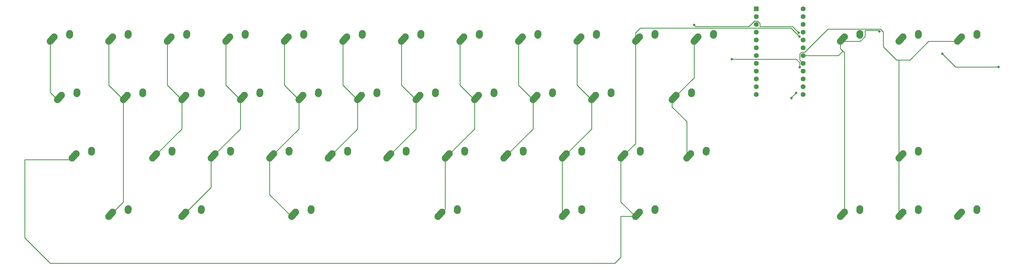
<source format=gbr>
G04 #@! TF.GenerationSoftware,KiCad,Pcbnew,(5.1.10)-1*
G04 #@! TF.CreationDate,2021-07-17T14:00:26+02:00*
G04 #@! TF.ProjectId,WheelBarrow Pro Micro,57686565-6c42-4617-9272-6f772050726f,rev?*
G04 #@! TF.SameCoordinates,Original*
G04 #@! TF.FileFunction,Copper,L1,Top*
G04 #@! TF.FilePolarity,Positive*
%FSLAX46Y46*%
G04 Gerber Fmt 4.6, Leading zero omitted, Abs format (unit mm)*
G04 Created by KiCad (PCBNEW (5.1.10)-1) date 2021-07-17 14:00:26*
%MOMM*%
%LPD*%
G01*
G04 APERTURE LIST*
G04 #@! TA.AperFunction,ComponentPad*
%ADD10C,2.250000*%
G04 #@! TD*
G04 #@! TA.AperFunction,ComponentPad*
%ADD11C,1.600000*%
G04 #@! TD*
G04 #@! TA.AperFunction,ComponentPad*
%ADD12R,1.600000X1.600000*%
G04 #@! TD*
G04 #@! TA.AperFunction,ViaPad*
%ADD13C,0.800000*%
G04 #@! TD*
G04 #@! TA.AperFunction,Conductor*
%ADD14C,0.250000*%
G04 #@! TD*
G04 #@! TA.AperFunction,Conductor*
%ADD15C,0.254000*%
G04 #@! TD*
G04 APERTURE END LIST*
D10*
X164187500Y-209518750D03*
G04 #@! TA.AperFunction,ComponentPad*
G36*
G01*
X162126188Y-211816100D02*
X162126183Y-211816095D01*
G75*
G02*
X162040155Y-210227433I751317J837345D01*
G01*
X163350157Y-208767433D01*
G75*
G02*
X164938819Y-208681405I837345J-751317D01*
G01*
X164938819Y-208681405D01*
G75*
G02*
X165024847Y-210270067I-751317J-837345D01*
G01*
X163714845Y-211730067D01*
G75*
G02*
X162126183Y-211816095I-837345J751317D01*
G01*
G37*
G04 #@! TD.AperFunction*
G04 #@! TA.AperFunction,ComponentPad*
G36*
G01*
X169110983Y-210141145D02*
X169110097Y-210141084D01*
G75*
G02*
X168065166Y-208941347I77403J1122334D01*
G01*
X168105166Y-208361347D01*
G75*
G02*
X169304903Y-207316416I1122334J-77403D01*
G01*
X169304903Y-207316416D01*
G75*
G02*
X170349834Y-208516153I-77403J-1122334D01*
G01*
X170309834Y-209096153D01*
G75*
G02*
X169110097Y-210141084I-1122334J77403D01*
G01*
G37*
G04 #@! TD.AperFunction*
X169227500Y-208438750D03*
X311825000Y-209518750D03*
G04 #@! TA.AperFunction,ComponentPad*
G36*
G01*
X309763688Y-211816100D02*
X309763683Y-211816095D01*
G75*
G02*
X309677655Y-210227433I751317J837345D01*
G01*
X310987657Y-208767433D01*
G75*
G02*
X312576319Y-208681405I837345J-751317D01*
G01*
X312576319Y-208681405D01*
G75*
G02*
X312662347Y-210270067I-751317J-837345D01*
G01*
X311352345Y-211730067D01*
G75*
G02*
X309763683Y-211816095I-837345J751317D01*
G01*
G37*
G04 #@! TD.AperFunction*
G04 #@! TA.AperFunction,ComponentPad*
G36*
G01*
X316748483Y-210141145D02*
X316747597Y-210141084D01*
G75*
G02*
X315702666Y-208941347I77403J1122334D01*
G01*
X315742666Y-208361347D01*
G75*
G02*
X316942403Y-207316416I1122334J-77403D01*
G01*
X316942403Y-207316416D01*
G75*
G02*
X317987334Y-208516153I-77403J-1122334D01*
G01*
X317947334Y-209096153D01*
G75*
G02*
X316747597Y-210141084I-1122334J77403D01*
G01*
G37*
G04 #@! TD.AperFunction*
X316865000Y-208438750D03*
D11*
X365048800Y-143256000D03*
X365048800Y-145796000D03*
X365048800Y-148336000D03*
X365048800Y-150876000D03*
X365048800Y-153416000D03*
X365048800Y-155956000D03*
X365048800Y-158496000D03*
X365048800Y-161036000D03*
X365048800Y-163576000D03*
X365048800Y-166116000D03*
X365048800Y-168656000D03*
X365048800Y-171196000D03*
X349808800Y-171196000D03*
X349808800Y-168656000D03*
X349808800Y-166116000D03*
X349808800Y-163576000D03*
X349808800Y-161036000D03*
X349808800Y-158496000D03*
X349808800Y-155956000D03*
X349808800Y-153416000D03*
X349808800Y-150876000D03*
X349808800Y-148336000D03*
X349808800Y-145796000D03*
D12*
X349808800Y-143256000D03*
D10*
X121325000Y-152368750D03*
G04 #@! TA.AperFunction,ComponentPad*
G36*
G01*
X119263688Y-154666100D02*
X119263683Y-154666095D01*
G75*
G02*
X119177655Y-153077433I751317J837345D01*
G01*
X120487657Y-151617433D01*
G75*
G02*
X122076319Y-151531405I837345J-751317D01*
G01*
X122076319Y-151531405D01*
G75*
G02*
X122162347Y-153120067I-751317J-837345D01*
G01*
X120852345Y-154580067D01*
G75*
G02*
X119263683Y-154666095I-837345J751317D01*
G01*
G37*
G04 #@! TD.AperFunction*
G04 #@! TA.AperFunction,ComponentPad*
G36*
G01*
X126248483Y-152991145D02*
X126247597Y-152991084D01*
G75*
G02*
X125202666Y-151791347I77403J1122334D01*
G01*
X125242666Y-151211347D01*
G75*
G02*
X126442403Y-150166416I1122334J-77403D01*
G01*
X126442403Y-150166416D01*
G75*
G02*
X127487334Y-151366153I-77403J-1122334D01*
G01*
X127447334Y-151946153D01*
G75*
G02*
X126247597Y-152991084I-1122334J77403D01*
G01*
G37*
G04 #@! TD.AperFunction*
X126365000Y-151288750D03*
X140375000Y-152368750D03*
G04 #@! TA.AperFunction,ComponentPad*
G36*
G01*
X138313688Y-154666100D02*
X138313683Y-154666095D01*
G75*
G02*
X138227655Y-153077433I751317J837345D01*
G01*
X139537657Y-151617433D01*
G75*
G02*
X141126319Y-151531405I837345J-751317D01*
G01*
X141126319Y-151531405D01*
G75*
G02*
X141212347Y-153120067I-751317J-837345D01*
G01*
X139902345Y-154580067D01*
G75*
G02*
X138313683Y-154666095I-837345J751317D01*
G01*
G37*
G04 #@! TD.AperFunction*
G04 #@! TA.AperFunction,ComponentPad*
G36*
G01*
X145298483Y-152991145D02*
X145297597Y-152991084D01*
G75*
G02*
X144252666Y-151791347I77403J1122334D01*
G01*
X144292666Y-151211347D01*
G75*
G02*
X145492403Y-150166416I1122334J-77403D01*
G01*
X145492403Y-150166416D01*
G75*
G02*
X146537334Y-151366153I-77403J-1122334D01*
G01*
X146497334Y-151946153D01*
G75*
G02*
X145297597Y-152991084I-1122334J77403D01*
G01*
G37*
G04 #@! TD.AperFunction*
X145415000Y-151288750D03*
X159425000Y-152368750D03*
G04 #@! TA.AperFunction,ComponentPad*
G36*
G01*
X157363688Y-154666100D02*
X157363683Y-154666095D01*
G75*
G02*
X157277655Y-153077433I751317J837345D01*
G01*
X158587657Y-151617433D01*
G75*
G02*
X160176319Y-151531405I837345J-751317D01*
G01*
X160176319Y-151531405D01*
G75*
G02*
X160262347Y-153120067I-751317J-837345D01*
G01*
X158952345Y-154580067D01*
G75*
G02*
X157363683Y-154666095I-837345J751317D01*
G01*
G37*
G04 #@! TD.AperFunction*
G04 #@! TA.AperFunction,ComponentPad*
G36*
G01*
X164348483Y-152991145D02*
X164347597Y-152991084D01*
G75*
G02*
X163302666Y-151791347I77403J1122334D01*
G01*
X163342666Y-151211347D01*
G75*
G02*
X164542403Y-150166416I1122334J-77403D01*
G01*
X164542403Y-150166416D01*
G75*
G02*
X165587334Y-151366153I-77403J-1122334D01*
G01*
X165547334Y-151946153D01*
G75*
G02*
X164347597Y-152991084I-1122334J77403D01*
G01*
G37*
G04 #@! TD.AperFunction*
X164465000Y-151288750D03*
X178475000Y-152368750D03*
G04 #@! TA.AperFunction,ComponentPad*
G36*
G01*
X176413688Y-154666100D02*
X176413683Y-154666095D01*
G75*
G02*
X176327655Y-153077433I751317J837345D01*
G01*
X177637657Y-151617433D01*
G75*
G02*
X179226319Y-151531405I837345J-751317D01*
G01*
X179226319Y-151531405D01*
G75*
G02*
X179312347Y-153120067I-751317J-837345D01*
G01*
X178002345Y-154580067D01*
G75*
G02*
X176413683Y-154666095I-837345J751317D01*
G01*
G37*
G04 #@! TD.AperFunction*
G04 #@! TA.AperFunction,ComponentPad*
G36*
G01*
X183398483Y-152991145D02*
X183397597Y-152991084D01*
G75*
G02*
X182352666Y-151791347I77403J1122334D01*
G01*
X182392666Y-151211347D01*
G75*
G02*
X183592403Y-150166416I1122334J-77403D01*
G01*
X183592403Y-150166416D01*
G75*
G02*
X184637334Y-151366153I-77403J-1122334D01*
G01*
X184597334Y-151946153D01*
G75*
G02*
X183397597Y-152991084I-1122334J77403D01*
G01*
G37*
G04 #@! TD.AperFunction*
X183515000Y-151288750D03*
X197525000Y-152368750D03*
G04 #@! TA.AperFunction,ComponentPad*
G36*
G01*
X195463688Y-154666100D02*
X195463683Y-154666095D01*
G75*
G02*
X195377655Y-153077433I751317J837345D01*
G01*
X196687657Y-151617433D01*
G75*
G02*
X198276319Y-151531405I837345J-751317D01*
G01*
X198276319Y-151531405D01*
G75*
G02*
X198362347Y-153120067I-751317J-837345D01*
G01*
X197052345Y-154580067D01*
G75*
G02*
X195463683Y-154666095I-837345J751317D01*
G01*
G37*
G04 #@! TD.AperFunction*
G04 #@! TA.AperFunction,ComponentPad*
G36*
G01*
X202448483Y-152991145D02*
X202447597Y-152991084D01*
G75*
G02*
X201402666Y-151791347I77403J1122334D01*
G01*
X201442666Y-151211347D01*
G75*
G02*
X202642403Y-150166416I1122334J-77403D01*
G01*
X202642403Y-150166416D01*
G75*
G02*
X203687334Y-151366153I-77403J-1122334D01*
G01*
X203647334Y-151946153D01*
G75*
G02*
X202447597Y-152991084I-1122334J77403D01*
G01*
G37*
G04 #@! TD.AperFunction*
X202565000Y-151288750D03*
X216575000Y-152368750D03*
G04 #@! TA.AperFunction,ComponentPad*
G36*
G01*
X214513688Y-154666100D02*
X214513683Y-154666095D01*
G75*
G02*
X214427655Y-153077433I751317J837345D01*
G01*
X215737657Y-151617433D01*
G75*
G02*
X217326319Y-151531405I837345J-751317D01*
G01*
X217326319Y-151531405D01*
G75*
G02*
X217412347Y-153120067I-751317J-837345D01*
G01*
X216102345Y-154580067D01*
G75*
G02*
X214513683Y-154666095I-837345J751317D01*
G01*
G37*
G04 #@! TD.AperFunction*
G04 #@! TA.AperFunction,ComponentPad*
G36*
G01*
X221498483Y-152991145D02*
X221497597Y-152991084D01*
G75*
G02*
X220452666Y-151791347I77403J1122334D01*
G01*
X220492666Y-151211347D01*
G75*
G02*
X221692403Y-150166416I1122334J-77403D01*
G01*
X221692403Y-150166416D01*
G75*
G02*
X222737334Y-151366153I-77403J-1122334D01*
G01*
X222697334Y-151946153D01*
G75*
G02*
X221497597Y-152991084I-1122334J77403D01*
G01*
G37*
G04 #@! TD.AperFunction*
X221615000Y-151288750D03*
X235625000Y-152368750D03*
G04 #@! TA.AperFunction,ComponentPad*
G36*
G01*
X233563688Y-154666100D02*
X233563683Y-154666095D01*
G75*
G02*
X233477655Y-153077433I751317J837345D01*
G01*
X234787657Y-151617433D01*
G75*
G02*
X236376319Y-151531405I837345J-751317D01*
G01*
X236376319Y-151531405D01*
G75*
G02*
X236462347Y-153120067I-751317J-837345D01*
G01*
X235152345Y-154580067D01*
G75*
G02*
X233563683Y-154666095I-837345J751317D01*
G01*
G37*
G04 #@! TD.AperFunction*
G04 #@! TA.AperFunction,ComponentPad*
G36*
G01*
X240548483Y-152991145D02*
X240547597Y-152991084D01*
G75*
G02*
X239502666Y-151791347I77403J1122334D01*
G01*
X239542666Y-151211347D01*
G75*
G02*
X240742403Y-150166416I1122334J-77403D01*
G01*
X240742403Y-150166416D01*
G75*
G02*
X241787334Y-151366153I-77403J-1122334D01*
G01*
X241747334Y-151946153D01*
G75*
G02*
X240547597Y-152991084I-1122334J77403D01*
G01*
G37*
G04 #@! TD.AperFunction*
X240665000Y-151288750D03*
X254675000Y-152368750D03*
G04 #@! TA.AperFunction,ComponentPad*
G36*
G01*
X252613688Y-154666100D02*
X252613683Y-154666095D01*
G75*
G02*
X252527655Y-153077433I751317J837345D01*
G01*
X253837657Y-151617433D01*
G75*
G02*
X255426319Y-151531405I837345J-751317D01*
G01*
X255426319Y-151531405D01*
G75*
G02*
X255512347Y-153120067I-751317J-837345D01*
G01*
X254202345Y-154580067D01*
G75*
G02*
X252613683Y-154666095I-837345J751317D01*
G01*
G37*
G04 #@! TD.AperFunction*
G04 #@! TA.AperFunction,ComponentPad*
G36*
G01*
X259598483Y-152991145D02*
X259597597Y-152991084D01*
G75*
G02*
X258552666Y-151791347I77403J1122334D01*
G01*
X258592666Y-151211347D01*
G75*
G02*
X259792403Y-150166416I1122334J-77403D01*
G01*
X259792403Y-150166416D01*
G75*
G02*
X260837334Y-151366153I-77403J-1122334D01*
G01*
X260797334Y-151946153D01*
G75*
G02*
X259597597Y-152991084I-1122334J77403D01*
G01*
G37*
G04 #@! TD.AperFunction*
X259715000Y-151288750D03*
X273725000Y-152368750D03*
G04 #@! TA.AperFunction,ComponentPad*
G36*
G01*
X271663688Y-154666100D02*
X271663683Y-154666095D01*
G75*
G02*
X271577655Y-153077433I751317J837345D01*
G01*
X272887657Y-151617433D01*
G75*
G02*
X274476319Y-151531405I837345J-751317D01*
G01*
X274476319Y-151531405D01*
G75*
G02*
X274562347Y-153120067I-751317J-837345D01*
G01*
X273252345Y-154580067D01*
G75*
G02*
X271663683Y-154666095I-837345J751317D01*
G01*
G37*
G04 #@! TD.AperFunction*
G04 #@! TA.AperFunction,ComponentPad*
G36*
G01*
X278648483Y-152991145D02*
X278647597Y-152991084D01*
G75*
G02*
X277602666Y-151791347I77403J1122334D01*
G01*
X277642666Y-151211347D01*
G75*
G02*
X278842403Y-150166416I1122334J-77403D01*
G01*
X278842403Y-150166416D01*
G75*
G02*
X279887334Y-151366153I-77403J-1122334D01*
G01*
X279847334Y-151946153D01*
G75*
G02*
X278647597Y-152991084I-1122334J77403D01*
G01*
G37*
G04 #@! TD.AperFunction*
X278765000Y-151288750D03*
X292775000Y-152368750D03*
G04 #@! TA.AperFunction,ComponentPad*
G36*
G01*
X290713688Y-154666100D02*
X290713683Y-154666095D01*
G75*
G02*
X290627655Y-153077433I751317J837345D01*
G01*
X291937657Y-151617433D01*
G75*
G02*
X293526319Y-151531405I837345J-751317D01*
G01*
X293526319Y-151531405D01*
G75*
G02*
X293612347Y-153120067I-751317J-837345D01*
G01*
X292302345Y-154580067D01*
G75*
G02*
X290713683Y-154666095I-837345J751317D01*
G01*
G37*
G04 #@! TD.AperFunction*
G04 #@! TA.AperFunction,ComponentPad*
G36*
G01*
X297698483Y-152991145D02*
X297697597Y-152991084D01*
G75*
G02*
X296652666Y-151791347I77403J1122334D01*
G01*
X296692666Y-151211347D01*
G75*
G02*
X297892403Y-150166416I1122334J-77403D01*
G01*
X297892403Y-150166416D01*
G75*
G02*
X298937334Y-151366153I-77403J-1122334D01*
G01*
X298897334Y-151946153D01*
G75*
G02*
X297697597Y-152991084I-1122334J77403D01*
G01*
G37*
G04 #@! TD.AperFunction*
X297815000Y-151288750D03*
X311825000Y-152368750D03*
G04 #@! TA.AperFunction,ComponentPad*
G36*
G01*
X309763688Y-154666100D02*
X309763683Y-154666095D01*
G75*
G02*
X309677655Y-153077433I751317J837345D01*
G01*
X310987657Y-151617433D01*
G75*
G02*
X312576319Y-151531405I837345J-751317D01*
G01*
X312576319Y-151531405D01*
G75*
G02*
X312662347Y-153120067I-751317J-837345D01*
G01*
X311352345Y-154580067D01*
G75*
G02*
X309763683Y-154666095I-837345J751317D01*
G01*
G37*
G04 #@! TD.AperFunction*
G04 #@! TA.AperFunction,ComponentPad*
G36*
G01*
X316748483Y-152991145D02*
X316747597Y-152991084D01*
G75*
G02*
X315702666Y-151791347I77403J1122334D01*
G01*
X315742666Y-151211347D01*
G75*
G02*
X316942403Y-150166416I1122334J-77403D01*
G01*
X316942403Y-150166416D01*
G75*
G02*
X317987334Y-151366153I-77403J-1122334D01*
G01*
X317947334Y-151946153D01*
G75*
G02*
X316747597Y-152991084I-1122334J77403D01*
G01*
G37*
G04 #@! TD.AperFunction*
X316865000Y-151288750D03*
X330875000Y-152368750D03*
G04 #@! TA.AperFunction,ComponentPad*
G36*
G01*
X328813688Y-154666100D02*
X328813683Y-154666095D01*
G75*
G02*
X328727655Y-153077433I751317J837345D01*
G01*
X330037657Y-151617433D01*
G75*
G02*
X331626319Y-151531405I837345J-751317D01*
G01*
X331626319Y-151531405D01*
G75*
G02*
X331712347Y-153120067I-751317J-837345D01*
G01*
X330402345Y-154580067D01*
G75*
G02*
X328813683Y-154666095I-837345J751317D01*
G01*
G37*
G04 #@! TD.AperFunction*
G04 #@! TA.AperFunction,ComponentPad*
G36*
G01*
X335798483Y-152991145D02*
X335797597Y-152991084D01*
G75*
G02*
X334752666Y-151791347I77403J1122334D01*
G01*
X334792666Y-151211347D01*
G75*
G02*
X335992403Y-150166416I1122334J-77403D01*
G01*
X335992403Y-150166416D01*
G75*
G02*
X337037334Y-151366153I-77403J-1122334D01*
G01*
X336997334Y-151946153D01*
G75*
G02*
X335797597Y-152991084I-1122334J77403D01*
G01*
G37*
G04 #@! TD.AperFunction*
X335915000Y-151288750D03*
X378500000Y-152368750D03*
G04 #@! TA.AperFunction,ComponentPad*
G36*
G01*
X376438688Y-154666100D02*
X376438683Y-154666095D01*
G75*
G02*
X376352655Y-153077433I751317J837345D01*
G01*
X377662657Y-151617433D01*
G75*
G02*
X379251319Y-151531405I837345J-751317D01*
G01*
X379251319Y-151531405D01*
G75*
G02*
X379337347Y-153120067I-751317J-837345D01*
G01*
X378027345Y-154580067D01*
G75*
G02*
X376438683Y-154666095I-837345J751317D01*
G01*
G37*
G04 #@! TD.AperFunction*
G04 #@! TA.AperFunction,ComponentPad*
G36*
G01*
X383423483Y-152991145D02*
X383422597Y-152991084D01*
G75*
G02*
X382377666Y-151791347I77403J1122334D01*
G01*
X382417666Y-151211347D01*
G75*
G02*
X383617403Y-150166416I1122334J-77403D01*
G01*
X383617403Y-150166416D01*
G75*
G02*
X384662334Y-151366153I-77403J-1122334D01*
G01*
X384622334Y-151946153D01*
G75*
G02*
X383422597Y-152991084I-1122334J77403D01*
G01*
G37*
G04 #@! TD.AperFunction*
X383540000Y-151288750D03*
X397550000Y-152368750D03*
G04 #@! TA.AperFunction,ComponentPad*
G36*
G01*
X395488688Y-154666100D02*
X395488683Y-154666095D01*
G75*
G02*
X395402655Y-153077433I751317J837345D01*
G01*
X396712657Y-151617433D01*
G75*
G02*
X398301319Y-151531405I837345J-751317D01*
G01*
X398301319Y-151531405D01*
G75*
G02*
X398387347Y-153120067I-751317J-837345D01*
G01*
X397077345Y-154580067D01*
G75*
G02*
X395488683Y-154666095I-837345J751317D01*
G01*
G37*
G04 #@! TD.AperFunction*
G04 #@! TA.AperFunction,ComponentPad*
G36*
G01*
X402473483Y-152991145D02*
X402472597Y-152991084D01*
G75*
G02*
X401427666Y-151791347I77403J1122334D01*
G01*
X401467666Y-151211347D01*
G75*
G02*
X402667403Y-150166416I1122334J-77403D01*
G01*
X402667403Y-150166416D01*
G75*
G02*
X403712334Y-151366153I-77403J-1122334D01*
G01*
X403672334Y-151946153D01*
G75*
G02*
X402472597Y-152991084I-1122334J77403D01*
G01*
G37*
G04 #@! TD.AperFunction*
X402590000Y-151288750D03*
X416600000Y-152368750D03*
G04 #@! TA.AperFunction,ComponentPad*
G36*
G01*
X414538688Y-154666100D02*
X414538683Y-154666095D01*
G75*
G02*
X414452655Y-153077433I751317J837345D01*
G01*
X415762657Y-151617433D01*
G75*
G02*
X417351319Y-151531405I837345J-751317D01*
G01*
X417351319Y-151531405D01*
G75*
G02*
X417437347Y-153120067I-751317J-837345D01*
G01*
X416127345Y-154580067D01*
G75*
G02*
X414538683Y-154666095I-837345J751317D01*
G01*
G37*
G04 #@! TD.AperFunction*
G04 #@! TA.AperFunction,ComponentPad*
G36*
G01*
X421523483Y-152991145D02*
X421522597Y-152991084D01*
G75*
G02*
X420477666Y-151791347I77403J1122334D01*
G01*
X420517666Y-151211347D01*
G75*
G02*
X421717403Y-150166416I1122334J-77403D01*
G01*
X421717403Y-150166416D01*
G75*
G02*
X422762334Y-151366153I-77403J-1122334D01*
G01*
X422722334Y-151946153D01*
G75*
G02*
X421522597Y-152991084I-1122334J77403D01*
G01*
G37*
G04 #@! TD.AperFunction*
X421640000Y-151288750D03*
X123706250Y-171418750D03*
G04 #@! TA.AperFunction,ComponentPad*
G36*
G01*
X121644938Y-173716100D02*
X121644933Y-173716095D01*
G75*
G02*
X121558905Y-172127433I751317J837345D01*
G01*
X122868907Y-170667433D01*
G75*
G02*
X124457569Y-170581405I837345J-751317D01*
G01*
X124457569Y-170581405D01*
G75*
G02*
X124543597Y-172170067I-751317J-837345D01*
G01*
X123233595Y-173630067D01*
G75*
G02*
X121644933Y-173716095I-837345J751317D01*
G01*
G37*
G04 #@! TD.AperFunction*
G04 #@! TA.AperFunction,ComponentPad*
G36*
G01*
X128629733Y-172041145D02*
X128628847Y-172041084D01*
G75*
G02*
X127583916Y-170841347I77403J1122334D01*
G01*
X127623916Y-170261347D01*
G75*
G02*
X128823653Y-169216416I1122334J-77403D01*
G01*
X128823653Y-169216416D01*
G75*
G02*
X129868584Y-170416153I-77403J-1122334D01*
G01*
X129828584Y-170996153D01*
G75*
G02*
X128628847Y-172041084I-1122334J77403D01*
G01*
G37*
G04 #@! TD.AperFunction*
X128746250Y-170338750D03*
X145137500Y-171418750D03*
G04 #@! TA.AperFunction,ComponentPad*
G36*
G01*
X143076188Y-173716100D02*
X143076183Y-173716095D01*
G75*
G02*
X142990155Y-172127433I751317J837345D01*
G01*
X144300157Y-170667433D01*
G75*
G02*
X145888819Y-170581405I837345J-751317D01*
G01*
X145888819Y-170581405D01*
G75*
G02*
X145974847Y-172170067I-751317J-837345D01*
G01*
X144664845Y-173630067D01*
G75*
G02*
X143076183Y-173716095I-837345J751317D01*
G01*
G37*
G04 #@! TD.AperFunction*
G04 #@! TA.AperFunction,ComponentPad*
G36*
G01*
X150060983Y-172041145D02*
X150060097Y-172041084D01*
G75*
G02*
X149015166Y-170841347I77403J1122334D01*
G01*
X149055166Y-170261347D01*
G75*
G02*
X150254903Y-169216416I1122334J-77403D01*
G01*
X150254903Y-169216416D01*
G75*
G02*
X151299834Y-170416153I-77403J-1122334D01*
G01*
X151259834Y-170996153D01*
G75*
G02*
X150060097Y-172041084I-1122334J77403D01*
G01*
G37*
G04 #@! TD.AperFunction*
X150177500Y-170338750D03*
X164187500Y-171418750D03*
G04 #@! TA.AperFunction,ComponentPad*
G36*
G01*
X162126188Y-173716100D02*
X162126183Y-173716095D01*
G75*
G02*
X162040155Y-172127433I751317J837345D01*
G01*
X163350157Y-170667433D01*
G75*
G02*
X164938819Y-170581405I837345J-751317D01*
G01*
X164938819Y-170581405D01*
G75*
G02*
X165024847Y-172170067I-751317J-837345D01*
G01*
X163714845Y-173630067D01*
G75*
G02*
X162126183Y-173716095I-837345J751317D01*
G01*
G37*
G04 #@! TD.AperFunction*
G04 #@! TA.AperFunction,ComponentPad*
G36*
G01*
X169110983Y-172041145D02*
X169110097Y-172041084D01*
G75*
G02*
X168065166Y-170841347I77403J1122334D01*
G01*
X168105166Y-170261347D01*
G75*
G02*
X169304903Y-169216416I1122334J-77403D01*
G01*
X169304903Y-169216416D01*
G75*
G02*
X170349834Y-170416153I-77403J-1122334D01*
G01*
X170309834Y-170996153D01*
G75*
G02*
X169110097Y-172041084I-1122334J77403D01*
G01*
G37*
G04 #@! TD.AperFunction*
X169227500Y-170338750D03*
X183237500Y-171418750D03*
G04 #@! TA.AperFunction,ComponentPad*
G36*
G01*
X181176188Y-173716100D02*
X181176183Y-173716095D01*
G75*
G02*
X181090155Y-172127433I751317J837345D01*
G01*
X182400157Y-170667433D01*
G75*
G02*
X183988819Y-170581405I837345J-751317D01*
G01*
X183988819Y-170581405D01*
G75*
G02*
X184074847Y-172170067I-751317J-837345D01*
G01*
X182764845Y-173630067D01*
G75*
G02*
X181176183Y-173716095I-837345J751317D01*
G01*
G37*
G04 #@! TD.AperFunction*
G04 #@! TA.AperFunction,ComponentPad*
G36*
G01*
X188160983Y-172041145D02*
X188160097Y-172041084D01*
G75*
G02*
X187115166Y-170841347I77403J1122334D01*
G01*
X187155166Y-170261347D01*
G75*
G02*
X188354903Y-169216416I1122334J-77403D01*
G01*
X188354903Y-169216416D01*
G75*
G02*
X189399834Y-170416153I-77403J-1122334D01*
G01*
X189359834Y-170996153D01*
G75*
G02*
X188160097Y-172041084I-1122334J77403D01*
G01*
G37*
G04 #@! TD.AperFunction*
X188277500Y-170338750D03*
X202287500Y-171418750D03*
G04 #@! TA.AperFunction,ComponentPad*
G36*
G01*
X200226188Y-173716100D02*
X200226183Y-173716095D01*
G75*
G02*
X200140155Y-172127433I751317J837345D01*
G01*
X201450157Y-170667433D01*
G75*
G02*
X203038819Y-170581405I837345J-751317D01*
G01*
X203038819Y-170581405D01*
G75*
G02*
X203124847Y-172170067I-751317J-837345D01*
G01*
X201814845Y-173630067D01*
G75*
G02*
X200226183Y-173716095I-837345J751317D01*
G01*
G37*
G04 #@! TD.AperFunction*
G04 #@! TA.AperFunction,ComponentPad*
G36*
G01*
X207210983Y-172041145D02*
X207210097Y-172041084D01*
G75*
G02*
X206165166Y-170841347I77403J1122334D01*
G01*
X206205166Y-170261347D01*
G75*
G02*
X207404903Y-169216416I1122334J-77403D01*
G01*
X207404903Y-169216416D01*
G75*
G02*
X208449834Y-170416153I-77403J-1122334D01*
G01*
X208409834Y-170996153D01*
G75*
G02*
X207210097Y-172041084I-1122334J77403D01*
G01*
G37*
G04 #@! TD.AperFunction*
X207327500Y-170338750D03*
X221337500Y-171418750D03*
G04 #@! TA.AperFunction,ComponentPad*
G36*
G01*
X219276188Y-173716100D02*
X219276183Y-173716095D01*
G75*
G02*
X219190155Y-172127433I751317J837345D01*
G01*
X220500157Y-170667433D01*
G75*
G02*
X222088819Y-170581405I837345J-751317D01*
G01*
X222088819Y-170581405D01*
G75*
G02*
X222174847Y-172170067I-751317J-837345D01*
G01*
X220864845Y-173630067D01*
G75*
G02*
X219276183Y-173716095I-837345J751317D01*
G01*
G37*
G04 #@! TD.AperFunction*
G04 #@! TA.AperFunction,ComponentPad*
G36*
G01*
X226260983Y-172041145D02*
X226260097Y-172041084D01*
G75*
G02*
X225215166Y-170841347I77403J1122334D01*
G01*
X225255166Y-170261347D01*
G75*
G02*
X226454903Y-169216416I1122334J-77403D01*
G01*
X226454903Y-169216416D01*
G75*
G02*
X227499834Y-170416153I-77403J-1122334D01*
G01*
X227459834Y-170996153D01*
G75*
G02*
X226260097Y-172041084I-1122334J77403D01*
G01*
G37*
G04 #@! TD.AperFunction*
X226377500Y-170338750D03*
X240387500Y-171418750D03*
G04 #@! TA.AperFunction,ComponentPad*
G36*
G01*
X238326188Y-173716100D02*
X238326183Y-173716095D01*
G75*
G02*
X238240155Y-172127433I751317J837345D01*
G01*
X239550157Y-170667433D01*
G75*
G02*
X241138819Y-170581405I837345J-751317D01*
G01*
X241138819Y-170581405D01*
G75*
G02*
X241224847Y-172170067I-751317J-837345D01*
G01*
X239914845Y-173630067D01*
G75*
G02*
X238326183Y-173716095I-837345J751317D01*
G01*
G37*
G04 #@! TD.AperFunction*
G04 #@! TA.AperFunction,ComponentPad*
G36*
G01*
X245310983Y-172041145D02*
X245310097Y-172041084D01*
G75*
G02*
X244265166Y-170841347I77403J1122334D01*
G01*
X244305166Y-170261347D01*
G75*
G02*
X245504903Y-169216416I1122334J-77403D01*
G01*
X245504903Y-169216416D01*
G75*
G02*
X246549834Y-170416153I-77403J-1122334D01*
G01*
X246509834Y-170996153D01*
G75*
G02*
X245310097Y-172041084I-1122334J77403D01*
G01*
G37*
G04 #@! TD.AperFunction*
X245427500Y-170338750D03*
X259437500Y-171418750D03*
G04 #@! TA.AperFunction,ComponentPad*
G36*
G01*
X257376188Y-173716100D02*
X257376183Y-173716095D01*
G75*
G02*
X257290155Y-172127433I751317J837345D01*
G01*
X258600157Y-170667433D01*
G75*
G02*
X260188819Y-170581405I837345J-751317D01*
G01*
X260188819Y-170581405D01*
G75*
G02*
X260274847Y-172170067I-751317J-837345D01*
G01*
X258964845Y-173630067D01*
G75*
G02*
X257376183Y-173716095I-837345J751317D01*
G01*
G37*
G04 #@! TD.AperFunction*
G04 #@! TA.AperFunction,ComponentPad*
G36*
G01*
X264360983Y-172041145D02*
X264360097Y-172041084D01*
G75*
G02*
X263315166Y-170841347I77403J1122334D01*
G01*
X263355166Y-170261347D01*
G75*
G02*
X264554903Y-169216416I1122334J-77403D01*
G01*
X264554903Y-169216416D01*
G75*
G02*
X265599834Y-170416153I-77403J-1122334D01*
G01*
X265559834Y-170996153D01*
G75*
G02*
X264360097Y-172041084I-1122334J77403D01*
G01*
G37*
G04 #@! TD.AperFunction*
X264477500Y-170338750D03*
X278487500Y-171418750D03*
G04 #@! TA.AperFunction,ComponentPad*
G36*
G01*
X276426188Y-173716100D02*
X276426183Y-173716095D01*
G75*
G02*
X276340155Y-172127433I751317J837345D01*
G01*
X277650157Y-170667433D01*
G75*
G02*
X279238819Y-170581405I837345J-751317D01*
G01*
X279238819Y-170581405D01*
G75*
G02*
X279324847Y-172170067I-751317J-837345D01*
G01*
X278014845Y-173630067D01*
G75*
G02*
X276426183Y-173716095I-837345J751317D01*
G01*
G37*
G04 #@! TD.AperFunction*
G04 #@! TA.AperFunction,ComponentPad*
G36*
G01*
X283410983Y-172041145D02*
X283410097Y-172041084D01*
G75*
G02*
X282365166Y-170841347I77403J1122334D01*
G01*
X282405166Y-170261347D01*
G75*
G02*
X283604903Y-169216416I1122334J-77403D01*
G01*
X283604903Y-169216416D01*
G75*
G02*
X284649834Y-170416153I-77403J-1122334D01*
G01*
X284609834Y-170996153D01*
G75*
G02*
X283410097Y-172041084I-1122334J77403D01*
G01*
G37*
G04 #@! TD.AperFunction*
X283527500Y-170338750D03*
X297537500Y-171418750D03*
G04 #@! TA.AperFunction,ComponentPad*
G36*
G01*
X295476188Y-173716100D02*
X295476183Y-173716095D01*
G75*
G02*
X295390155Y-172127433I751317J837345D01*
G01*
X296700157Y-170667433D01*
G75*
G02*
X298288819Y-170581405I837345J-751317D01*
G01*
X298288819Y-170581405D01*
G75*
G02*
X298374847Y-172170067I-751317J-837345D01*
G01*
X297064845Y-173630067D01*
G75*
G02*
X295476183Y-173716095I-837345J751317D01*
G01*
G37*
G04 #@! TD.AperFunction*
G04 #@! TA.AperFunction,ComponentPad*
G36*
G01*
X302460983Y-172041145D02*
X302460097Y-172041084D01*
G75*
G02*
X301415166Y-170841347I77403J1122334D01*
G01*
X301455166Y-170261347D01*
G75*
G02*
X302654903Y-169216416I1122334J-77403D01*
G01*
X302654903Y-169216416D01*
G75*
G02*
X303699834Y-170416153I-77403J-1122334D01*
G01*
X303659834Y-170996153D01*
G75*
G02*
X302460097Y-172041084I-1122334J77403D01*
G01*
G37*
G04 #@! TD.AperFunction*
X302577500Y-170338750D03*
X323731250Y-171418750D03*
G04 #@! TA.AperFunction,ComponentPad*
G36*
G01*
X321669938Y-173716100D02*
X321669933Y-173716095D01*
G75*
G02*
X321583905Y-172127433I751317J837345D01*
G01*
X322893907Y-170667433D01*
G75*
G02*
X324482569Y-170581405I837345J-751317D01*
G01*
X324482569Y-170581405D01*
G75*
G02*
X324568597Y-172170067I-751317J-837345D01*
G01*
X323258595Y-173630067D01*
G75*
G02*
X321669933Y-173716095I-837345J751317D01*
G01*
G37*
G04 #@! TD.AperFunction*
G04 #@! TA.AperFunction,ComponentPad*
G36*
G01*
X328654733Y-172041145D02*
X328653847Y-172041084D01*
G75*
G02*
X327608916Y-170841347I77403J1122334D01*
G01*
X327648916Y-170261347D01*
G75*
G02*
X328848653Y-169216416I1122334J-77403D01*
G01*
X328848653Y-169216416D01*
G75*
G02*
X329893584Y-170416153I-77403J-1122334D01*
G01*
X329853584Y-170996153D01*
G75*
G02*
X328653847Y-172041084I-1122334J77403D01*
G01*
G37*
G04 #@! TD.AperFunction*
X328771250Y-170338750D03*
X128468750Y-190468750D03*
G04 #@! TA.AperFunction,ComponentPad*
G36*
G01*
X126407438Y-192766100D02*
X126407433Y-192766095D01*
G75*
G02*
X126321405Y-191177433I751317J837345D01*
G01*
X127631407Y-189717433D01*
G75*
G02*
X129220069Y-189631405I837345J-751317D01*
G01*
X129220069Y-189631405D01*
G75*
G02*
X129306097Y-191220067I-751317J-837345D01*
G01*
X127996095Y-192680067D01*
G75*
G02*
X126407433Y-192766095I-837345J751317D01*
G01*
G37*
G04 #@! TD.AperFunction*
G04 #@! TA.AperFunction,ComponentPad*
G36*
G01*
X133392233Y-191091145D02*
X133391347Y-191091084D01*
G75*
G02*
X132346416Y-189891347I77403J1122334D01*
G01*
X132386416Y-189311347D01*
G75*
G02*
X133586153Y-188266416I1122334J-77403D01*
G01*
X133586153Y-188266416D01*
G75*
G02*
X134631084Y-189466153I-77403J-1122334D01*
G01*
X134591084Y-190046153D01*
G75*
G02*
X133391347Y-191091084I-1122334J77403D01*
G01*
G37*
G04 #@! TD.AperFunction*
X133508750Y-189388750D03*
X154662500Y-190468750D03*
G04 #@! TA.AperFunction,ComponentPad*
G36*
G01*
X152601188Y-192766100D02*
X152601183Y-192766095D01*
G75*
G02*
X152515155Y-191177433I751317J837345D01*
G01*
X153825157Y-189717433D01*
G75*
G02*
X155413819Y-189631405I837345J-751317D01*
G01*
X155413819Y-189631405D01*
G75*
G02*
X155499847Y-191220067I-751317J-837345D01*
G01*
X154189845Y-192680067D01*
G75*
G02*
X152601183Y-192766095I-837345J751317D01*
G01*
G37*
G04 #@! TD.AperFunction*
G04 #@! TA.AperFunction,ComponentPad*
G36*
G01*
X159585983Y-191091145D02*
X159585097Y-191091084D01*
G75*
G02*
X158540166Y-189891347I77403J1122334D01*
G01*
X158580166Y-189311347D01*
G75*
G02*
X159779903Y-188266416I1122334J-77403D01*
G01*
X159779903Y-188266416D01*
G75*
G02*
X160824834Y-189466153I-77403J-1122334D01*
G01*
X160784834Y-190046153D01*
G75*
G02*
X159585097Y-191091084I-1122334J77403D01*
G01*
G37*
G04 #@! TD.AperFunction*
X159702500Y-189388750D03*
X173712500Y-190468750D03*
G04 #@! TA.AperFunction,ComponentPad*
G36*
G01*
X171651188Y-192766100D02*
X171651183Y-192766095D01*
G75*
G02*
X171565155Y-191177433I751317J837345D01*
G01*
X172875157Y-189717433D01*
G75*
G02*
X174463819Y-189631405I837345J-751317D01*
G01*
X174463819Y-189631405D01*
G75*
G02*
X174549847Y-191220067I-751317J-837345D01*
G01*
X173239845Y-192680067D01*
G75*
G02*
X171651183Y-192766095I-837345J751317D01*
G01*
G37*
G04 #@! TD.AperFunction*
G04 #@! TA.AperFunction,ComponentPad*
G36*
G01*
X178635983Y-191091145D02*
X178635097Y-191091084D01*
G75*
G02*
X177590166Y-189891347I77403J1122334D01*
G01*
X177630166Y-189311347D01*
G75*
G02*
X178829903Y-188266416I1122334J-77403D01*
G01*
X178829903Y-188266416D01*
G75*
G02*
X179874834Y-189466153I-77403J-1122334D01*
G01*
X179834834Y-190046153D01*
G75*
G02*
X178635097Y-191091084I-1122334J77403D01*
G01*
G37*
G04 #@! TD.AperFunction*
X178752500Y-189388750D03*
X192762500Y-190468750D03*
G04 #@! TA.AperFunction,ComponentPad*
G36*
G01*
X190701188Y-192766100D02*
X190701183Y-192766095D01*
G75*
G02*
X190615155Y-191177433I751317J837345D01*
G01*
X191925157Y-189717433D01*
G75*
G02*
X193513819Y-189631405I837345J-751317D01*
G01*
X193513819Y-189631405D01*
G75*
G02*
X193599847Y-191220067I-751317J-837345D01*
G01*
X192289845Y-192680067D01*
G75*
G02*
X190701183Y-192766095I-837345J751317D01*
G01*
G37*
G04 #@! TD.AperFunction*
G04 #@! TA.AperFunction,ComponentPad*
G36*
G01*
X197685983Y-191091145D02*
X197685097Y-191091084D01*
G75*
G02*
X196640166Y-189891347I77403J1122334D01*
G01*
X196680166Y-189311347D01*
G75*
G02*
X197879903Y-188266416I1122334J-77403D01*
G01*
X197879903Y-188266416D01*
G75*
G02*
X198924834Y-189466153I-77403J-1122334D01*
G01*
X198884834Y-190046153D01*
G75*
G02*
X197685097Y-191091084I-1122334J77403D01*
G01*
G37*
G04 #@! TD.AperFunction*
X197802500Y-189388750D03*
X211812500Y-190468750D03*
G04 #@! TA.AperFunction,ComponentPad*
G36*
G01*
X209751188Y-192766100D02*
X209751183Y-192766095D01*
G75*
G02*
X209665155Y-191177433I751317J837345D01*
G01*
X210975157Y-189717433D01*
G75*
G02*
X212563819Y-189631405I837345J-751317D01*
G01*
X212563819Y-189631405D01*
G75*
G02*
X212649847Y-191220067I-751317J-837345D01*
G01*
X211339845Y-192680067D01*
G75*
G02*
X209751183Y-192766095I-837345J751317D01*
G01*
G37*
G04 #@! TD.AperFunction*
G04 #@! TA.AperFunction,ComponentPad*
G36*
G01*
X216735983Y-191091145D02*
X216735097Y-191091084D01*
G75*
G02*
X215690166Y-189891347I77403J1122334D01*
G01*
X215730166Y-189311347D01*
G75*
G02*
X216929903Y-188266416I1122334J-77403D01*
G01*
X216929903Y-188266416D01*
G75*
G02*
X217974834Y-189466153I-77403J-1122334D01*
G01*
X217934834Y-190046153D01*
G75*
G02*
X216735097Y-191091084I-1122334J77403D01*
G01*
G37*
G04 #@! TD.AperFunction*
X216852500Y-189388750D03*
X230862500Y-190468750D03*
G04 #@! TA.AperFunction,ComponentPad*
G36*
G01*
X228801188Y-192766100D02*
X228801183Y-192766095D01*
G75*
G02*
X228715155Y-191177433I751317J837345D01*
G01*
X230025157Y-189717433D01*
G75*
G02*
X231613819Y-189631405I837345J-751317D01*
G01*
X231613819Y-189631405D01*
G75*
G02*
X231699847Y-191220067I-751317J-837345D01*
G01*
X230389845Y-192680067D01*
G75*
G02*
X228801183Y-192766095I-837345J751317D01*
G01*
G37*
G04 #@! TD.AperFunction*
G04 #@! TA.AperFunction,ComponentPad*
G36*
G01*
X235785983Y-191091145D02*
X235785097Y-191091084D01*
G75*
G02*
X234740166Y-189891347I77403J1122334D01*
G01*
X234780166Y-189311347D01*
G75*
G02*
X235979903Y-188266416I1122334J-77403D01*
G01*
X235979903Y-188266416D01*
G75*
G02*
X237024834Y-189466153I-77403J-1122334D01*
G01*
X236984834Y-190046153D01*
G75*
G02*
X235785097Y-191091084I-1122334J77403D01*
G01*
G37*
G04 #@! TD.AperFunction*
X235902500Y-189388750D03*
X249912500Y-190468750D03*
G04 #@! TA.AperFunction,ComponentPad*
G36*
G01*
X247851188Y-192766100D02*
X247851183Y-192766095D01*
G75*
G02*
X247765155Y-191177433I751317J837345D01*
G01*
X249075157Y-189717433D01*
G75*
G02*
X250663819Y-189631405I837345J-751317D01*
G01*
X250663819Y-189631405D01*
G75*
G02*
X250749847Y-191220067I-751317J-837345D01*
G01*
X249439845Y-192680067D01*
G75*
G02*
X247851183Y-192766095I-837345J751317D01*
G01*
G37*
G04 #@! TD.AperFunction*
G04 #@! TA.AperFunction,ComponentPad*
G36*
G01*
X254835983Y-191091145D02*
X254835097Y-191091084D01*
G75*
G02*
X253790166Y-189891347I77403J1122334D01*
G01*
X253830166Y-189311347D01*
G75*
G02*
X255029903Y-188266416I1122334J-77403D01*
G01*
X255029903Y-188266416D01*
G75*
G02*
X256074834Y-189466153I-77403J-1122334D01*
G01*
X256034834Y-190046153D01*
G75*
G02*
X254835097Y-191091084I-1122334J77403D01*
G01*
G37*
G04 #@! TD.AperFunction*
X254952500Y-189388750D03*
X268962500Y-190468750D03*
G04 #@! TA.AperFunction,ComponentPad*
G36*
G01*
X266901188Y-192766100D02*
X266901183Y-192766095D01*
G75*
G02*
X266815155Y-191177433I751317J837345D01*
G01*
X268125157Y-189717433D01*
G75*
G02*
X269713819Y-189631405I837345J-751317D01*
G01*
X269713819Y-189631405D01*
G75*
G02*
X269799847Y-191220067I-751317J-837345D01*
G01*
X268489845Y-192680067D01*
G75*
G02*
X266901183Y-192766095I-837345J751317D01*
G01*
G37*
G04 #@! TD.AperFunction*
G04 #@! TA.AperFunction,ComponentPad*
G36*
G01*
X273885983Y-191091145D02*
X273885097Y-191091084D01*
G75*
G02*
X272840166Y-189891347I77403J1122334D01*
G01*
X272880166Y-189311347D01*
G75*
G02*
X274079903Y-188266416I1122334J-77403D01*
G01*
X274079903Y-188266416D01*
G75*
G02*
X275124834Y-189466153I-77403J-1122334D01*
G01*
X275084834Y-190046153D01*
G75*
G02*
X273885097Y-191091084I-1122334J77403D01*
G01*
G37*
G04 #@! TD.AperFunction*
X274002500Y-189388750D03*
X288012500Y-190468750D03*
G04 #@! TA.AperFunction,ComponentPad*
G36*
G01*
X285951188Y-192766100D02*
X285951183Y-192766095D01*
G75*
G02*
X285865155Y-191177433I751317J837345D01*
G01*
X287175157Y-189717433D01*
G75*
G02*
X288763819Y-189631405I837345J-751317D01*
G01*
X288763819Y-189631405D01*
G75*
G02*
X288849847Y-191220067I-751317J-837345D01*
G01*
X287539845Y-192680067D01*
G75*
G02*
X285951183Y-192766095I-837345J751317D01*
G01*
G37*
G04 #@! TD.AperFunction*
G04 #@! TA.AperFunction,ComponentPad*
G36*
G01*
X292935983Y-191091145D02*
X292935097Y-191091084D01*
G75*
G02*
X291890166Y-189891347I77403J1122334D01*
G01*
X291930166Y-189311347D01*
G75*
G02*
X293129903Y-188266416I1122334J-77403D01*
G01*
X293129903Y-188266416D01*
G75*
G02*
X294174834Y-189466153I-77403J-1122334D01*
G01*
X294134834Y-190046153D01*
G75*
G02*
X292935097Y-191091084I-1122334J77403D01*
G01*
G37*
G04 #@! TD.AperFunction*
X293052500Y-189388750D03*
X307062500Y-190468750D03*
G04 #@! TA.AperFunction,ComponentPad*
G36*
G01*
X305001188Y-192766100D02*
X305001183Y-192766095D01*
G75*
G02*
X304915155Y-191177433I751317J837345D01*
G01*
X306225157Y-189717433D01*
G75*
G02*
X307813819Y-189631405I837345J-751317D01*
G01*
X307813819Y-189631405D01*
G75*
G02*
X307899847Y-191220067I-751317J-837345D01*
G01*
X306589845Y-192680067D01*
G75*
G02*
X305001183Y-192766095I-837345J751317D01*
G01*
G37*
G04 #@! TD.AperFunction*
G04 #@! TA.AperFunction,ComponentPad*
G36*
G01*
X311985983Y-191091145D02*
X311985097Y-191091084D01*
G75*
G02*
X310940166Y-189891347I77403J1122334D01*
G01*
X310980166Y-189311347D01*
G75*
G02*
X312179903Y-188266416I1122334J-77403D01*
G01*
X312179903Y-188266416D01*
G75*
G02*
X313224834Y-189466153I-77403J-1122334D01*
G01*
X313184834Y-190046153D01*
G75*
G02*
X311985097Y-191091084I-1122334J77403D01*
G01*
G37*
G04 #@! TD.AperFunction*
X312102500Y-189388750D03*
X328493750Y-190468750D03*
G04 #@! TA.AperFunction,ComponentPad*
G36*
G01*
X326432438Y-192766100D02*
X326432433Y-192766095D01*
G75*
G02*
X326346405Y-191177433I751317J837345D01*
G01*
X327656407Y-189717433D01*
G75*
G02*
X329245069Y-189631405I837345J-751317D01*
G01*
X329245069Y-189631405D01*
G75*
G02*
X329331097Y-191220067I-751317J-837345D01*
G01*
X328021095Y-192680067D01*
G75*
G02*
X326432433Y-192766095I-837345J751317D01*
G01*
G37*
G04 #@! TD.AperFunction*
G04 #@! TA.AperFunction,ComponentPad*
G36*
G01*
X333417233Y-191091145D02*
X333416347Y-191091084D01*
G75*
G02*
X332371416Y-189891347I77403J1122334D01*
G01*
X332411416Y-189311347D01*
G75*
G02*
X333611153Y-188266416I1122334J-77403D01*
G01*
X333611153Y-188266416D01*
G75*
G02*
X334656084Y-189466153I-77403J-1122334D01*
G01*
X334616084Y-190046153D01*
G75*
G02*
X333416347Y-191091084I-1122334J77403D01*
G01*
G37*
G04 #@! TD.AperFunction*
X333533750Y-189388750D03*
X397550000Y-190468750D03*
G04 #@! TA.AperFunction,ComponentPad*
G36*
G01*
X395488688Y-192766100D02*
X395488683Y-192766095D01*
G75*
G02*
X395402655Y-191177433I751317J837345D01*
G01*
X396712657Y-189717433D01*
G75*
G02*
X398301319Y-189631405I837345J-751317D01*
G01*
X398301319Y-189631405D01*
G75*
G02*
X398387347Y-191220067I-751317J-837345D01*
G01*
X397077345Y-192680067D01*
G75*
G02*
X395488683Y-192766095I-837345J751317D01*
G01*
G37*
G04 #@! TD.AperFunction*
G04 #@! TA.AperFunction,ComponentPad*
G36*
G01*
X402473483Y-191091145D02*
X402472597Y-191091084D01*
G75*
G02*
X401427666Y-189891347I77403J1122334D01*
G01*
X401467666Y-189311347D01*
G75*
G02*
X402667403Y-188266416I1122334J-77403D01*
G01*
X402667403Y-188266416D01*
G75*
G02*
X403712334Y-189466153I-77403J-1122334D01*
G01*
X403672334Y-190046153D01*
G75*
G02*
X402472597Y-191091084I-1122334J77403D01*
G01*
G37*
G04 #@! TD.AperFunction*
X402590000Y-189388750D03*
X140375000Y-209518750D03*
G04 #@! TA.AperFunction,ComponentPad*
G36*
G01*
X138313688Y-211816100D02*
X138313683Y-211816095D01*
G75*
G02*
X138227655Y-210227433I751317J837345D01*
G01*
X139537657Y-208767433D01*
G75*
G02*
X141126319Y-208681405I837345J-751317D01*
G01*
X141126319Y-208681405D01*
G75*
G02*
X141212347Y-210270067I-751317J-837345D01*
G01*
X139902345Y-211730067D01*
G75*
G02*
X138313683Y-211816095I-837345J751317D01*
G01*
G37*
G04 #@! TD.AperFunction*
G04 #@! TA.AperFunction,ComponentPad*
G36*
G01*
X145298483Y-210141145D02*
X145297597Y-210141084D01*
G75*
G02*
X144252666Y-208941347I77403J1122334D01*
G01*
X144292666Y-208361347D01*
G75*
G02*
X145492403Y-207316416I1122334J-77403D01*
G01*
X145492403Y-207316416D01*
G75*
G02*
X146537334Y-208516153I-77403J-1122334D01*
G01*
X146497334Y-209096153D01*
G75*
G02*
X145297597Y-210141084I-1122334J77403D01*
G01*
G37*
G04 #@! TD.AperFunction*
X145415000Y-208438750D03*
X199906250Y-209518750D03*
G04 #@! TA.AperFunction,ComponentPad*
G36*
G01*
X197844938Y-211816100D02*
X197844933Y-211816095D01*
G75*
G02*
X197758905Y-210227433I751317J837345D01*
G01*
X199068907Y-208767433D01*
G75*
G02*
X200657569Y-208681405I837345J-751317D01*
G01*
X200657569Y-208681405D01*
G75*
G02*
X200743597Y-210270067I-751317J-837345D01*
G01*
X199433595Y-211730067D01*
G75*
G02*
X197844933Y-211816095I-837345J751317D01*
G01*
G37*
G04 #@! TD.AperFunction*
G04 #@! TA.AperFunction,ComponentPad*
G36*
G01*
X204829733Y-210141145D02*
X204828847Y-210141084D01*
G75*
G02*
X203783916Y-208941347I77403J1122334D01*
G01*
X203823916Y-208361347D01*
G75*
G02*
X205023653Y-207316416I1122334J-77403D01*
G01*
X205023653Y-207316416D01*
G75*
G02*
X206068584Y-208516153I-77403J-1122334D01*
G01*
X206028584Y-209096153D01*
G75*
G02*
X204828847Y-210141084I-1122334J77403D01*
G01*
G37*
G04 #@! TD.AperFunction*
X204946250Y-208438750D03*
X247531250Y-209518750D03*
G04 #@! TA.AperFunction,ComponentPad*
G36*
G01*
X245469938Y-211816100D02*
X245469933Y-211816095D01*
G75*
G02*
X245383905Y-210227433I751317J837345D01*
G01*
X246693907Y-208767433D01*
G75*
G02*
X248282569Y-208681405I837345J-751317D01*
G01*
X248282569Y-208681405D01*
G75*
G02*
X248368597Y-210270067I-751317J-837345D01*
G01*
X247058595Y-211730067D01*
G75*
G02*
X245469933Y-211816095I-837345J751317D01*
G01*
G37*
G04 #@! TD.AperFunction*
G04 #@! TA.AperFunction,ComponentPad*
G36*
G01*
X252454733Y-210141145D02*
X252453847Y-210141084D01*
G75*
G02*
X251408916Y-208941347I77403J1122334D01*
G01*
X251448916Y-208361347D01*
G75*
G02*
X252648653Y-207316416I1122334J-77403D01*
G01*
X252648653Y-207316416D01*
G75*
G02*
X253693584Y-208516153I-77403J-1122334D01*
G01*
X253653584Y-209096153D01*
G75*
G02*
X252453847Y-210141084I-1122334J77403D01*
G01*
G37*
G04 #@! TD.AperFunction*
X252571250Y-208438750D03*
X288012500Y-209518750D03*
G04 #@! TA.AperFunction,ComponentPad*
G36*
G01*
X285951188Y-211816100D02*
X285951183Y-211816095D01*
G75*
G02*
X285865155Y-210227433I751317J837345D01*
G01*
X287175157Y-208767433D01*
G75*
G02*
X288763819Y-208681405I837345J-751317D01*
G01*
X288763819Y-208681405D01*
G75*
G02*
X288849847Y-210270067I-751317J-837345D01*
G01*
X287539845Y-211730067D01*
G75*
G02*
X285951183Y-211816095I-837345J751317D01*
G01*
G37*
G04 #@! TD.AperFunction*
G04 #@! TA.AperFunction,ComponentPad*
G36*
G01*
X292935983Y-210141145D02*
X292935097Y-210141084D01*
G75*
G02*
X291890166Y-208941347I77403J1122334D01*
G01*
X291930166Y-208361347D01*
G75*
G02*
X293129903Y-207316416I1122334J-77403D01*
G01*
X293129903Y-207316416D01*
G75*
G02*
X294174834Y-208516153I-77403J-1122334D01*
G01*
X294134834Y-209096153D01*
G75*
G02*
X292935097Y-210141084I-1122334J77403D01*
G01*
G37*
G04 #@! TD.AperFunction*
X293052500Y-208438750D03*
X378500000Y-209518750D03*
G04 #@! TA.AperFunction,ComponentPad*
G36*
G01*
X376438688Y-211816100D02*
X376438683Y-211816095D01*
G75*
G02*
X376352655Y-210227433I751317J837345D01*
G01*
X377662657Y-208767433D01*
G75*
G02*
X379251319Y-208681405I837345J-751317D01*
G01*
X379251319Y-208681405D01*
G75*
G02*
X379337347Y-210270067I-751317J-837345D01*
G01*
X378027345Y-211730067D01*
G75*
G02*
X376438683Y-211816095I-837345J751317D01*
G01*
G37*
G04 #@! TD.AperFunction*
G04 #@! TA.AperFunction,ComponentPad*
G36*
G01*
X383423483Y-210141145D02*
X383422597Y-210141084D01*
G75*
G02*
X382377666Y-208941347I77403J1122334D01*
G01*
X382417666Y-208361347D01*
G75*
G02*
X383617403Y-207316416I1122334J-77403D01*
G01*
X383617403Y-207316416D01*
G75*
G02*
X384662334Y-208516153I-77403J-1122334D01*
G01*
X384622334Y-209096153D01*
G75*
G02*
X383422597Y-210141084I-1122334J77403D01*
G01*
G37*
G04 #@! TD.AperFunction*
X383540000Y-208438750D03*
X397550000Y-209518750D03*
G04 #@! TA.AperFunction,ComponentPad*
G36*
G01*
X395488688Y-211816100D02*
X395488683Y-211816095D01*
G75*
G02*
X395402655Y-210227433I751317J837345D01*
G01*
X396712657Y-208767433D01*
G75*
G02*
X398301319Y-208681405I837345J-751317D01*
G01*
X398301319Y-208681405D01*
G75*
G02*
X398387347Y-210270067I-751317J-837345D01*
G01*
X397077345Y-211730067D01*
G75*
G02*
X395488683Y-211816095I-837345J751317D01*
G01*
G37*
G04 #@! TD.AperFunction*
G04 #@! TA.AperFunction,ComponentPad*
G36*
G01*
X402473483Y-210141145D02*
X402472597Y-210141084D01*
G75*
G02*
X401427666Y-208941347I77403J1122334D01*
G01*
X401467666Y-208361347D01*
G75*
G02*
X402667403Y-207316416I1122334J-77403D01*
G01*
X402667403Y-207316416D01*
G75*
G02*
X403712334Y-208516153I-77403J-1122334D01*
G01*
X403672334Y-209096153D01*
G75*
G02*
X402472597Y-210141084I-1122334J77403D01*
G01*
G37*
G04 #@! TD.AperFunction*
X402590000Y-208438750D03*
X416600000Y-209518750D03*
G04 #@! TA.AperFunction,ComponentPad*
G36*
G01*
X414538688Y-211816100D02*
X414538683Y-211816095D01*
G75*
G02*
X414452655Y-210227433I751317J837345D01*
G01*
X415762657Y-208767433D01*
G75*
G02*
X417351319Y-208681405I837345J-751317D01*
G01*
X417351319Y-208681405D01*
G75*
G02*
X417437347Y-210270067I-751317J-837345D01*
G01*
X416127345Y-211730067D01*
G75*
G02*
X414538683Y-211816095I-837345J751317D01*
G01*
G37*
G04 #@! TD.AperFunction*
G04 #@! TA.AperFunction,ComponentPad*
G36*
G01*
X421523483Y-210141145D02*
X421522597Y-210141084D01*
G75*
G02*
X420477666Y-208941347I77403J1122334D01*
G01*
X420517666Y-208361347D01*
G75*
G02*
X421717403Y-207316416I1122334J-77403D01*
G01*
X421717403Y-207316416D01*
G75*
G02*
X422762334Y-208516153I-77403J-1122334D01*
G01*
X422722334Y-209096153D01*
G75*
G02*
X421522597Y-210141084I-1122334J77403D01*
G01*
G37*
G04 #@! TD.AperFunction*
X421640000Y-208438750D03*
D13*
X363855000Y-152273000D03*
X329565000Y-148463000D03*
X363607067Y-150996933D03*
X389890000Y-150563749D03*
X341884000Y-159639000D03*
X363982000Y-162306000D03*
X428625000Y-162179000D03*
X410337000Y-157861000D03*
X361272028Y-172359528D03*
X362743750Y-170656250D03*
D14*
X120015000Y-170497500D02*
X122396250Y-172878750D01*
X120015000Y-153828750D02*
X120015000Y-170497500D01*
D15*
X139065000Y-168116250D02*
X143827500Y-172878750D01*
X139065000Y-153828750D02*
X139065000Y-168116250D01*
X143827500Y-206216250D02*
X139065000Y-210978750D01*
X143827500Y-172878750D02*
X143827500Y-206216250D01*
X158115000Y-168116250D02*
X162877500Y-172878750D01*
X158115000Y-153828750D02*
X158115000Y-168116250D01*
X162877500Y-182403750D02*
X153352500Y-191928750D01*
X162877500Y-172878750D02*
X162877500Y-182403750D01*
X177165000Y-168116250D02*
X181927500Y-172878750D01*
X177165000Y-153828750D02*
X177165000Y-168116250D01*
X181927500Y-182403750D02*
X172402500Y-191928750D01*
X181927500Y-172878750D02*
X181927500Y-182403750D01*
X172402500Y-201453750D02*
X162877500Y-210978750D01*
X172402500Y-191928750D02*
X172402500Y-201453750D01*
X196215000Y-168116250D02*
X200977500Y-172878750D01*
X196215000Y-153828750D02*
X196215000Y-168116250D01*
X200977500Y-182403750D02*
X191452500Y-191928750D01*
X200977500Y-172878750D02*
X200977500Y-182403750D01*
X191452500Y-203835000D02*
X198596250Y-210978750D01*
X191452500Y-191928750D02*
X191452500Y-203835000D01*
X215265000Y-168116250D02*
X220027500Y-172878750D01*
X215265000Y-153828750D02*
X215265000Y-168116250D01*
X220027500Y-182403750D02*
X210502500Y-191928750D01*
X220027500Y-172878750D02*
X220027500Y-182403750D01*
X234315000Y-168116250D02*
X239077500Y-172878750D01*
X234315000Y-153828750D02*
X234315000Y-168116250D01*
X239077500Y-182403750D02*
X229552500Y-191928750D01*
X239077500Y-172878750D02*
X239077500Y-182403750D01*
X253365000Y-168116250D02*
X258127500Y-172878750D01*
X253365000Y-153828750D02*
X253365000Y-168116250D01*
X258127500Y-182403750D02*
X248602500Y-191928750D01*
X258127500Y-172878750D02*
X258127500Y-182403750D01*
X248602500Y-208597500D02*
X246221250Y-210978750D01*
X248602500Y-191928750D02*
X248602500Y-208597500D01*
X272415000Y-168116250D02*
X277177500Y-172878750D01*
X272415000Y-153828750D02*
X272415000Y-168116250D01*
X277177500Y-182403750D02*
X267652500Y-191928750D01*
X277177500Y-172878750D02*
X277177500Y-182403750D01*
X291465000Y-168116250D02*
X296227500Y-172878750D01*
X291465000Y-153828750D02*
X291465000Y-168116250D01*
X296227500Y-182403750D02*
X286702500Y-191928750D01*
X296227500Y-172878750D02*
X296227500Y-182403750D01*
X286702500Y-191928750D02*
X286702500Y-210978750D01*
X310515000Y-187166250D02*
X305752500Y-191928750D01*
X310515000Y-153828750D02*
X310515000Y-187166250D01*
X361045001Y-149463001D02*
X363855000Y-152273000D01*
X312785001Y-149463001D02*
X361045001Y-149463001D01*
X310515000Y-153828750D02*
X310515000Y-151003000D01*
X310515000Y-151003000D02*
X312039000Y-149479000D01*
X312769002Y-149479000D02*
X312785001Y-149463001D01*
X312039000Y-149479000D02*
X312769002Y-149479000D01*
X305752500Y-206216250D02*
X310515000Y-210978750D01*
X305752500Y-191928750D02*
X305752500Y-206216250D01*
X127478369Y-191609131D02*
X127610759Y-191741521D01*
X127610759Y-191741521D02*
X127610759Y-192115979D01*
X127610759Y-192115979D02*
X127321738Y-192405000D01*
X127321738Y-192405000D02*
X111760000Y-192405000D01*
X111760000Y-192405000D02*
X111760000Y-217932000D01*
X111760000Y-217932000D02*
X120015000Y-226187000D01*
X120015000Y-226187000D02*
X303784000Y-226187000D01*
X303784000Y-226187000D02*
X305689000Y-224282000D01*
X305689000Y-224282000D02*
X305689000Y-210915250D01*
X310451500Y-210915250D02*
X310515000Y-210978750D01*
X305689000Y-210915250D02*
X310451500Y-210915250D01*
X329565000Y-165735000D02*
X322421250Y-172878750D01*
X329565000Y-153828750D02*
X329565000Y-165735000D01*
X327183750Y-180022500D02*
X327183750Y-191928750D01*
X322421250Y-175260000D02*
X327183750Y-180022500D01*
X322421250Y-172878750D02*
X322421250Y-175260000D01*
X329964999Y-148862999D02*
X329964999Y-148989992D01*
X329565000Y-148463000D02*
X329964999Y-148862999D01*
X349267839Y-147208999D02*
X350281999Y-147208999D01*
X350281999Y-147208999D02*
X351028000Y-147955000D01*
X347486846Y-148989992D02*
X349267839Y-147208999D01*
X329964999Y-148989992D02*
X347486846Y-148989992D01*
X351028000Y-148971000D02*
X351065991Y-149008991D01*
X351028000Y-147955000D02*
X351028000Y-148971000D01*
X361619125Y-149008991D02*
X363607067Y-150996933D01*
X351065991Y-149008991D02*
X361619125Y-149008991D01*
D14*
X378500000Y-157520000D02*
X378500000Y-209518750D01*
X377190000Y-153828750D02*
X377190000Y-156210000D01*
X376491500Y-158496000D02*
X365048800Y-158496000D01*
X377983750Y-157003750D02*
X376491500Y-158496000D01*
X377190000Y-156210000D02*
X377983750Y-157003750D01*
X377983750Y-157003750D02*
X378500000Y-157520000D01*
D15*
X383647106Y-153828750D02*
X385191000Y-152284856D01*
X377190000Y-153828750D02*
X383647106Y-153828750D01*
X385191000Y-152284856D02*
X385191000Y-150368000D01*
X385191000Y-150368000D02*
X385191000Y-150290759D01*
X389617010Y-150290759D02*
X389890000Y-150563749D01*
X385191000Y-150290759D02*
X389617010Y-150290759D01*
D14*
X396240000Y-159893000D02*
X396240000Y-195611750D01*
X396240000Y-191928750D02*
X396240000Y-210978750D01*
X363923799Y-159910999D02*
X365048800Y-161036000D01*
X363923799Y-157955999D02*
X363923799Y-159910999D01*
X364508799Y-157370999D02*
X363923799Y-157955999D01*
X365588801Y-157370999D02*
X364508799Y-157370999D01*
X390216001Y-149838749D02*
X373121051Y-149838749D01*
X373121051Y-149838749D02*
X365588801Y-157370999D01*
D15*
X396240000Y-159893000D02*
X395478000Y-159893000D01*
X395478000Y-159893000D02*
X391160000Y-155575000D01*
X390240962Y-149838749D02*
X390216001Y-149838749D01*
X391160000Y-150757787D02*
X390240962Y-149838749D01*
X391160000Y-155575000D02*
X391160000Y-150757787D01*
X399826788Y-159893000D02*
X396240000Y-159893000D01*
X405891038Y-153828750D02*
X399826788Y-159893000D01*
X415290000Y-153828750D02*
X405891038Y-153828750D01*
X341884000Y-159639000D02*
X362802080Y-159639000D01*
X362802080Y-159639000D02*
X363921799Y-160758719D01*
X363921799Y-162245799D02*
X363982000Y-162306000D01*
X363921799Y-160758719D02*
X363921799Y-162245799D01*
X414655000Y-162179000D02*
X410337000Y-157861000D01*
X428625000Y-162179000D02*
X414655000Y-162179000D01*
D14*
X361272028Y-172127972D02*
X362743750Y-170656250D01*
X361272028Y-172359528D02*
X361272028Y-172127972D01*
M02*

</source>
